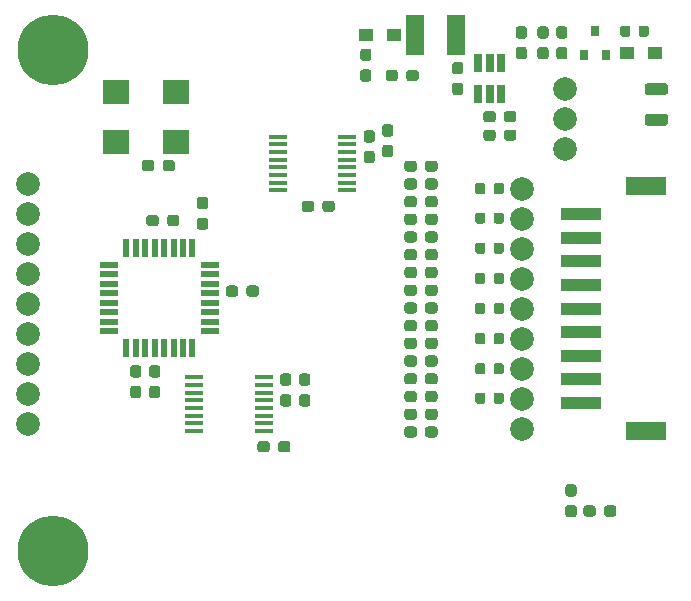
<source format=gts>
%TF.GenerationSoftware,KiCad,Pcbnew,(5.1.8)-1*%
%TF.CreationDate,2021-02-13T13:26:23-08:00*%
%TF.ProjectId,20200103_8SBMS_A0,32303230-3031-4303-935f-3853424d535f,rev?*%
%TF.SameCoordinates,PXb061cf0PYa92e8c0*%
%TF.FileFunction,Soldermask,Top*%
%TF.FilePolarity,Negative*%
%FSLAX46Y46*%
G04 Gerber Fmt 4.6, Leading zero omitted, Abs format (unit mm)*
G04 Created by KiCad (PCBNEW (5.1.8)-1) date 2021-02-13 13:26:23*
%MOMM*%
%LPD*%
G01*
G04 APERTURE LIST*
%ADD10R,3.500000X1.000000*%
%ADD11R,3.500000X1.600000*%
%ADD12R,1.500000X3.500000*%
%ADD13C,2.000000*%
%ADD14C,6.000000*%
%ADD15R,1.500000X0.450000*%
%ADD16R,0.800000X0.900000*%
%ADD17R,0.550000X1.600000*%
%ADD18R,1.600000X0.550000*%
%ADD19R,0.650000X1.560000*%
%ADD20R,2.200000X2.000000*%
%ADD21R,1.150000X1.000000*%
G04 APERTURE END LIST*
D10*
X48250000Y32200000D03*
X48250000Y30200000D03*
X48250000Y28200000D03*
X48250000Y26200000D03*
X48250000Y24200000D03*
D11*
X53750000Y34600000D03*
X53750000Y13800000D03*
D10*
X48250000Y22200000D03*
X48250000Y20200000D03*
X48250000Y18200000D03*
X48250000Y16200000D03*
D12*
X37700000Y47400000D03*
X34200000Y47400000D03*
D13*
X1450000Y34710000D03*
X43250000Y34360000D03*
X43250000Y31820000D03*
X43250000Y29280000D03*
X43250000Y26740000D03*
X43250000Y14040000D03*
X43250000Y16580000D03*
X43250000Y19120000D03*
X43250000Y21660000D03*
X43250000Y24200000D03*
X1450000Y32170000D03*
X1450000Y29630000D03*
X1450000Y27090000D03*
X1450000Y14390000D03*
X1450000Y16930000D03*
X1450000Y19470000D03*
X1450000Y22010000D03*
X1450000Y24550000D03*
D14*
X3550000Y46050000D03*
X3550000Y3650000D03*
D15*
X28475000Y38750000D03*
X28475000Y38100000D03*
X28475000Y37450000D03*
X28475000Y36800000D03*
X28475000Y36150000D03*
X28475000Y35500000D03*
X28475000Y34850000D03*
X28475000Y34200000D03*
X22575000Y34200000D03*
X22575000Y34850000D03*
X22575000Y35500000D03*
X22575000Y36150000D03*
X22575000Y36800000D03*
X22575000Y37450000D03*
X22575000Y38100000D03*
X22575000Y38750000D03*
G36*
G01*
X13870000Y36537500D02*
X13870000Y36062500D01*
G75*
G02*
X13632500Y35825000I-237500J0D01*
G01*
X13057500Y35825000D01*
G75*
G02*
X12820000Y36062500I0J237500D01*
G01*
X12820000Y36537500D01*
G75*
G02*
X13057500Y36775000I237500J0D01*
G01*
X13632500Y36775000D01*
G75*
G02*
X13870000Y36537500I0J-237500D01*
G01*
G37*
G36*
G01*
X12120000Y36537500D02*
X12120000Y36062500D01*
G75*
G02*
X11882500Y35825000I-237500J0D01*
G01*
X11307500Y35825000D01*
G75*
G02*
X11070000Y36062500I0J237500D01*
G01*
X11070000Y36537500D01*
G75*
G02*
X11307500Y36775000I237500J0D01*
G01*
X11882500Y36775000D01*
G75*
G02*
X12120000Y36537500I0J-237500D01*
G01*
G37*
G36*
G01*
X14250000Y31887500D02*
X14250000Y31412500D01*
G75*
G02*
X14012500Y31175000I-237500J0D01*
G01*
X13437500Y31175000D01*
G75*
G02*
X13200000Y31412500I0J237500D01*
G01*
X13200000Y31887500D01*
G75*
G02*
X13437500Y32125000I237500J0D01*
G01*
X14012500Y32125000D01*
G75*
G02*
X14250000Y31887500I0J-237500D01*
G01*
G37*
G36*
G01*
X12500000Y31887500D02*
X12500000Y31412500D01*
G75*
G02*
X12262500Y31175000I-237500J0D01*
G01*
X11687500Y31175000D01*
G75*
G02*
X11450000Y31412500I0J237500D01*
G01*
X11450000Y31887500D01*
G75*
G02*
X11687500Y32125000I237500J0D01*
G01*
X12262500Y32125000D01*
G75*
G02*
X12500000Y31887500I0J-237500D01*
G01*
G37*
G36*
G01*
X10312500Y19400000D02*
X10787500Y19400000D01*
G75*
G02*
X11025000Y19162500I0J-237500D01*
G01*
X11025000Y18587500D01*
G75*
G02*
X10787500Y18350000I-237500J0D01*
G01*
X10312500Y18350000D01*
G75*
G02*
X10075000Y18587500I0J237500D01*
G01*
X10075000Y19162500D01*
G75*
G02*
X10312500Y19400000I237500J0D01*
G01*
G37*
G36*
G01*
X10312500Y17650000D02*
X10787500Y17650000D01*
G75*
G02*
X11025000Y17412500I0J-237500D01*
G01*
X11025000Y16837500D01*
G75*
G02*
X10787500Y16600000I-237500J0D01*
G01*
X10312500Y16600000D01*
G75*
G02*
X10075000Y16837500I0J237500D01*
G01*
X10075000Y17412500D01*
G75*
G02*
X10312500Y17650000I237500J0D01*
G01*
G37*
G36*
G01*
X18175000Y25437500D02*
X18175000Y25912500D01*
G75*
G02*
X18412500Y26150000I237500J0D01*
G01*
X18987500Y26150000D01*
G75*
G02*
X19225000Y25912500I0J-237500D01*
G01*
X19225000Y25437500D01*
G75*
G02*
X18987500Y25200000I-237500J0D01*
G01*
X18412500Y25200000D01*
G75*
G02*
X18175000Y25437500I0J237500D01*
G01*
G37*
G36*
G01*
X19925000Y25437500D02*
X19925000Y25912500D01*
G75*
G02*
X20162500Y26150000I237500J0D01*
G01*
X20737500Y26150000D01*
G75*
G02*
X20975000Y25912500I0J-237500D01*
G01*
X20975000Y25437500D01*
G75*
G02*
X20737500Y25200000I-237500J0D01*
G01*
X20162500Y25200000D01*
G75*
G02*
X19925000Y25437500I0J237500D01*
G01*
G37*
G36*
G01*
X11912500Y17650000D02*
X12387500Y17650000D01*
G75*
G02*
X12625000Y17412500I0J-237500D01*
G01*
X12625000Y16837500D01*
G75*
G02*
X12387500Y16600000I-237500J0D01*
G01*
X11912500Y16600000D01*
G75*
G02*
X11675000Y16837500I0J237500D01*
G01*
X11675000Y17412500D01*
G75*
G02*
X11912500Y17650000I237500J0D01*
G01*
G37*
G36*
G01*
X11912500Y19400000D02*
X12387500Y19400000D01*
G75*
G02*
X12625000Y19162500I0J-237500D01*
G01*
X12625000Y18587500D01*
G75*
G02*
X12387500Y18350000I-237500J0D01*
G01*
X11912500Y18350000D01*
G75*
G02*
X11675000Y18587500I0J237500D01*
G01*
X11675000Y19162500D01*
G75*
G02*
X11912500Y19400000I237500J0D01*
G01*
G37*
G36*
G01*
X23487500Y17650000D02*
X23012500Y17650000D01*
G75*
G02*
X22775000Y17887500I0J237500D01*
G01*
X22775000Y18462500D01*
G75*
G02*
X23012500Y18700000I237500J0D01*
G01*
X23487500Y18700000D01*
G75*
G02*
X23725000Y18462500I0J-237500D01*
G01*
X23725000Y17887500D01*
G75*
G02*
X23487500Y17650000I-237500J0D01*
G01*
G37*
G36*
G01*
X23487500Y15900000D02*
X23012500Y15900000D01*
G75*
G02*
X22775000Y16137500I0J237500D01*
G01*
X22775000Y16712500D01*
G75*
G02*
X23012500Y16950000I237500J0D01*
G01*
X23487500Y16950000D01*
G75*
G02*
X23725000Y16712500I0J-237500D01*
G01*
X23725000Y16137500D01*
G75*
G02*
X23487500Y15900000I-237500J0D01*
G01*
G37*
G36*
G01*
X30562500Y36500000D02*
X30087500Y36500000D01*
G75*
G02*
X29850000Y36737500I0J237500D01*
G01*
X29850000Y37312500D01*
G75*
G02*
X30087500Y37550000I237500J0D01*
G01*
X30562500Y37550000D01*
G75*
G02*
X30800000Y37312500I0J-237500D01*
G01*
X30800000Y36737500D01*
G75*
G02*
X30562500Y36500000I-237500J0D01*
G01*
G37*
G36*
G01*
X30562500Y38250000D02*
X30087500Y38250000D01*
G75*
G02*
X29850000Y38487500I0J237500D01*
G01*
X29850000Y39062500D01*
G75*
G02*
X30087500Y39300000I237500J0D01*
G01*
X30562500Y39300000D01*
G75*
G02*
X30800000Y39062500I0J-237500D01*
G01*
X30800000Y38487500D01*
G75*
G02*
X30562500Y38250000I-237500J0D01*
G01*
G37*
G36*
G01*
X23650000Y12737500D02*
X23650000Y12262500D01*
G75*
G02*
X23412500Y12025000I-237500J0D01*
G01*
X22837500Y12025000D01*
G75*
G02*
X22600000Y12262500I0J237500D01*
G01*
X22600000Y12737500D01*
G75*
G02*
X22837500Y12975000I237500J0D01*
G01*
X23412500Y12975000D01*
G75*
G02*
X23650000Y12737500I0J-237500D01*
G01*
G37*
G36*
G01*
X21900000Y12737500D02*
X21900000Y12262500D01*
G75*
G02*
X21662500Y12025000I-237500J0D01*
G01*
X21087500Y12025000D01*
G75*
G02*
X20850000Y12262500I0J237500D01*
G01*
X20850000Y12737500D01*
G75*
G02*
X21087500Y12975000I237500J0D01*
G01*
X21662500Y12975000D01*
G75*
G02*
X21900000Y12737500I0J-237500D01*
G01*
G37*
G36*
G01*
X32112500Y37000000D02*
X31637500Y37000000D01*
G75*
G02*
X31400000Y37237500I0J237500D01*
G01*
X31400000Y37812500D01*
G75*
G02*
X31637500Y38050000I237500J0D01*
G01*
X32112500Y38050000D01*
G75*
G02*
X32350000Y37812500I0J-237500D01*
G01*
X32350000Y37237500D01*
G75*
G02*
X32112500Y37000000I-237500J0D01*
G01*
G37*
G36*
G01*
X32112500Y38750000D02*
X31637500Y38750000D01*
G75*
G02*
X31400000Y38987500I0J237500D01*
G01*
X31400000Y39562500D01*
G75*
G02*
X31637500Y39800000I237500J0D01*
G01*
X32112500Y39800000D01*
G75*
G02*
X32350000Y39562500I0J-237500D01*
G01*
X32350000Y38987500D01*
G75*
G02*
X32112500Y38750000I-237500J0D01*
G01*
G37*
G36*
G01*
X25087500Y17650000D02*
X24612500Y17650000D01*
G75*
G02*
X24375000Y17887500I0J237500D01*
G01*
X24375000Y18462500D01*
G75*
G02*
X24612500Y18700000I237500J0D01*
G01*
X25087500Y18700000D01*
G75*
G02*
X25325000Y18462500I0J-237500D01*
G01*
X25325000Y17887500D01*
G75*
G02*
X25087500Y17650000I-237500J0D01*
G01*
G37*
G36*
G01*
X25087500Y15900000D02*
X24612500Y15900000D01*
G75*
G02*
X24375000Y16137500I0J237500D01*
G01*
X24375000Y16712500D01*
G75*
G02*
X24612500Y16950000I237500J0D01*
G01*
X25087500Y16950000D01*
G75*
G02*
X25325000Y16712500I0J-237500D01*
G01*
X25325000Y16137500D01*
G75*
G02*
X25087500Y15900000I-237500J0D01*
G01*
G37*
G36*
G01*
X25650000Y33087500D02*
X25650000Y32612500D01*
G75*
G02*
X25412500Y32375000I-237500J0D01*
G01*
X24837500Y32375000D01*
G75*
G02*
X24600000Y32612500I0J237500D01*
G01*
X24600000Y33087500D01*
G75*
G02*
X24837500Y33325000I237500J0D01*
G01*
X25412500Y33325000D01*
G75*
G02*
X25650000Y33087500I0J-237500D01*
G01*
G37*
G36*
G01*
X27400000Y33087500D02*
X27400000Y32612500D01*
G75*
G02*
X27162500Y32375000I-237500J0D01*
G01*
X26587500Y32375000D01*
G75*
G02*
X26350000Y32612500I0J237500D01*
G01*
X26350000Y33087500D01*
G75*
G02*
X26587500Y33325000I237500J0D01*
G01*
X27162500Y33325000D01*
G75*
G02*
X27400000Y33087500I0J-237500D01*
G01*
G37*
G36*
G01*
X46387500Y46350000D02*
X46862500Y46350000D01*
G75*
G02*
X47100000Y46112500I0J-237500D01*
G01*
X47100000Y45537500D01*
G75*
G02*
X46862500Y45300000I-237500J0D01*
G01*
X46387500Y45300000D01*
G75*
G02*
X46150000Y45537500I0J237500D01*
G01*
X46150000Y46112500D01*
G75*
G02*
X46387500Y46350000I237500J0D01*
G01*
G37*
G36*
G01*
X46387500Y48100000D02*
X46862500Y48100000D01*
G75*
G02*
X47100000Y47862500I0J-237500D01*
G01*
X47100000Y47287500D01*
G75*
G02*
X46862500Y47050000I-237500J0D01*
G01*
X46387500Y47050000D01*
G75*
G02*
X46150000Y47287500I0J237500D01*
G01*
X46150000Y47862500D01*
G75*
G02*
X46387500Y48100000I237500J0D01*
G01*
G37*
G36*
G01*
X44787500Y46350000D02*
X45262500Y46350000D01*
G75*
G02*
X45500000Y46112500I0J-237500D01*
G01*
X45500000Y45537500D01*
G75*
G02*
X45262500Y45300000I-237500J0D01*
G01*
X44787500Y45300000D01*
G75*
G02*
X44550000Y45537500I0J237500D01*
G01*
X44550000Y46112500D01*
G75*
G02*
X44787500Y46350000I237500J0D01*
G01*
G37*
G36*
G01*
X44787500Y48100000D02*
X45262500Y48100000D01*
G75*
G02*
X45500000Y47862500I0J-237500D01*
G01*
X45500000Y47287500D01*
G75*
G02*
X45262500Y47050000I-237500J0D01*
G01*
X44787500Y47050000D01*
G75*
G02*
X44550000Y47287500I0J237500D01*
G01*
X44550000Y47862500D01*
G75*
G02*
X44787500Y48100000I237500J0D01*
G01*
G37*
G36*
G01*
X37562500Y43325000D02*
X38037500Y43325000D01*
G75*
G02*
X38275000Y43087500I0J-237500D01*
G01*
X38275000Y42512500D01*
G75*
G02*
X38037500Y42275000I-237500J0D01*
G01*
X37562500Y42275000D01*
G75*
G02*
X37325000Y42512500I0J237500D01*
G01*
X37325000Y43087500D01*
G75*
G02*
X37562500Y43325000I237500J0D01*
G01*
G37*
G36*
G01*
X37562500Y45075000D02*
X38037500Y45075000D01*
G75*
G02*
X38275000Y44837500I0J-237500D01*
G01*
X38275000Y44262500D01*
G75*
G02*
X38037500Y44025000I-237500J0D01*
G01*
X37562500Y44025000D01*
G75*
G02*
X37325000Y44262500I0J237500D01*
G01*
X37325000Y44837500D01*
G75*
G02*
X37562500Y45075000I237500J0D01*
G01*
G37*
D16*
X48475000Y45700000D03*
X50375000Y45700000D03*
X49425000Y47700000D03*
G36*
G01*
X41725000Y34606250D02*
X41725000Y34093750D01*
G75*
G02*
X41506250Y33875000I-218750J0D01*
G01*
X41068750Y33875000D01*
G75*
G02*
X40850000Y34093750I0J218750D01*
G01*
X40850000Y34606250D01*
G75*
G02*
X41068750Y34825000I218750J0D01*
G01*
X41506250Y34825000D01*
G75*
G02*
X41725000Y34606250I0J-218750D01*
G01*
G37*
G36*
G01*
X40150000Y34606250D02*
X40150000Y34093750D01*
G75*
G02*
X39931250Y33875000I-218750J0D01*
G01*
X39493750Y33875000D01*
G75*
G02*
X39275000Y34093750I0J218750D01*
G01*
X39275000Y34606250D01*
G75*
G02*
X39493750Y34825000I218750J0D01*
G01*
X39931250Y34825000D01*
G75*
G02*
X40150000Y34606250I0J-218750D01*
G01*
G37*
G36*
G01*
X41725000Y32106250D02*
X41725000Y31593750D01*
G75*
G02*
X41506250Y31375000I-218750J0D01*
G01*
X41068750Y31375000D01*
G75*
G02*
X40850000Y31593750I0J218750D01*
G01*
X40850000Y32106250D01*
G75*
G02*
X41068750Y32325000I218750J0D01*
G01*
X41506250Y32325000D01*
G75*
G02*
X41725000Y32106250I0J-218750D01*
G01*
G37*
G36*
G01*
X40150000Y32106250D02*
X40150000Y31593750D01*
G75*
G02*
X39931250Y31375000I-218750J0D01*
G01*
X39493750Y31375000D01*
G75*
G02*
X39275000Y31593750I0J218750D01*
G01*
X39275000Y32106250D01*
G75*
G02*
X39493750Y32325000I218750J0D01*
G01*
X39931250Y32325000D01*
G75*
G02*
X40150000Y32106250I0J-218750D01*
G01*
G37*
G36*
G01*
X40150000Y29556250D02*
X40150000Y29043750D01*
G75*
G02*
X39931250Y28825000I-218750J0D01*
G01*
X39493750Y28825000D01*
G75*
G02*
X39275000Y29043750I0J218750D01*
G01*
X39275000Y29556250D01*
G75*
G02*
X39493750Y29775000I218750J0D01*
G01*
X39931250Y29775000D01*
G75*
G02*
X40150000Y29556250I0J-218750D01*
G01*
G37*
G36*
G01*
X41725000Y29556250D02*
X41725000Y29043750D01*
G75*
G02*
X41506250Y28825000I-218750J0D01*
G01*
X41068750Y28825000D01*
G75*
G02*
X40850000Y29043750I0J218750D01*
G01*
X40850000Y29556250D01*
G75*
G02*
X41068750Y29775000I218750J0D01*
G01*
X41506250Y29775000D01*
G75*
G02*
X41725000Y29556250I0J-218750D01*
G01*
G37*
G36*
G01*
X41725000Y27006250D02*
X41725000Y26493750D01*
G75*
G02*
X41506250Y26275000I-218750J0D01*
G01*
X41068750Y26275000D01*
G75*
G02*
X40850000Y26493750I0J218750D01*
G01*
X40850000Y27006250D01*
G75*
G02*
X41068750Y27225000I218750J0D01*
G01*
X41506250Y27225000D01*
G75*
G02*
X41725000Y27006250I0J-218750D01*
G01*
G37*
G36*
G01*
X40150000Y27006250D02*
X40150000Y26493750D01*
G75*
G02*
X39931250Y26275000I-218750J0D01*
G01*
X39493750Y26275000D01*
G75*
G02*
X39275000Y26493750I0J218750D01*
G01*
X39275000Y27006250D01*
G75*
G02*
X39493750Y27225000I218750J0D01*
G01*
X39931250Y27225000D01*
G75*
G02*
X40150000Y27006250I0J-218750D01*
G01*
G37*
G36*
G01*
X40150000Y24456250D02*
X40150000Y23943750D01*
G75*
G02*
X39931250Y23725000I-218750J0D01*
G01*
X39493750Y23725000D01*
G75*
G02*
X39275000Y23943750I0J218750D01*
G01*
X39275000Y24456250D01*
G75*
G02*
X39493750Y24675000I218750J0D01*
G01*
X39931250Y24675000D01*
G75*
G02*
X40150000Y24456250I0J-218750D01*
G01*
G37*
G36*
G01*
X41725000Y24456250D02*
X41725000Y23943750D01*
G75*
G02*
X41506250Y23725000I-218750J0D01*
G01*
X41068750Y23725000D01*
G75*
G02*
X40850000Y23943750I0J218750D01*
G01*
X40850000Y24456250D01*
G75*
G02*
X41068750Y24675000I218750J0D01*
G01*
X41506250Y24675000D01*
G75*
G02*
X41725000Y24456250I0J-218750D01*
G01*
G37*
G36*
G01*
X41725000Y21906250D02*
X41725000Y21393750D01*
G75*
G02*
X41506250Y21175000I-218750J0D01*
G01*
X41068750Y21175000D01*
G75*
G02*
X40850000Y21393750I0J218750D01*
G01*
X40850000Y21906250D01*
G75*
G02*
X41068750Y22125000I218750J0D01*
G01*
X41506250Y22125000D01*
G75*
G02*
X41725000Y21906250I0J-218750D01*
G01*
G37*
G36*
G01*
X40150000Y21906250D02*
X40150000Y21393750D01*
G75*
G02*
X39931250Y21175000I-218750J0D01*
G01*
X39493750Y21175000D01*
G75*
G02*
X39275000Y21393750I0J218750D01*
G01*
X39275000Y21906250D01*
G75*
G02*
X39493750Y22125000I218750J0D01*
G01*
X39931250Y22125000D01*
G75*
G02*
X40150000Y21906250I0J-218750D01*
G01*
G37*
G36*
G01*
X40150000Y19356250D02*
X40150000Y18843750D01*
G75*
G02*
X39931250Y18625000I-218750J0D01*
G01*
X39493750Y18625000D01*
G75*
G02*
X39275000Y18843750I0J218750D01*
G01*
X39275000Y19356250D01*
G75*
G02*
X39493750Y19575000I218750J0D01*
G01*
X39931250Y19575000D01*
G75*
G02*
X40150000Y19356250I0J-218750D01*
G01*
G37*
G36*
G01*
X41725000Y19356250D02*
X41725000Y18843750D01*
G75*
G02*
X41506250Y18625000I-218750J0D01*
G01*
X41068750Y18625000D01*
G75*
G02*
X40850000Y18843750I0J218750D01*
G01*
X40850000Y19356250D01*
G75*
G02*
X41068750Y19575000I218750J0D01*
G01*
X41506250Y19575000D01*
G75*
G02*
X41725000Y19356250I0J-218750D01*
G01*
G37*
G36*
G01*
X41725000Y16856250D02*
X41725000Y16343750D01*
G75*
G02*
X41506250Y16125000I-218750J0D01*
G01*
X41068750Y16125000D01*
G75*
G02*
X40850000Y16343750I0J218750D01*
G01*
X40850000Y16856250D01*
G75*
G02*
X41068750Y17075000I218750J0D01*
G01*
X41506250Y17075000D01*
G75*
G02*
X41725000Y16856250I0J-218750D01*
G01*
G37*
G36*
G01*
X40150000Y16856250D02*
X40150000Y16343750D01*
G75*
G02*
X39931250Y16125000I-218750J0D01*
G01*
X39493750Y16125000D01*
G75*
G02*
X39275000Y16343750I0J218750D01*
G01*
X39275000Y16856250D01*
G75*
G02*
X39493750Y17075000I218750J0D01*
G01*
X39931250Y17075000D01*
G75*
G02*
X40150000Y16856250I0J-218750D01*
G01*
G37*
G36*
G01*
X53125000Y47418750D02*
X53125000Y47931250D01*
G75*
G02*
X53343750Y48150000I218750J0D01*
G01*
X53781250Y48150000D01*
G75*
G02*
X54000000Y47931250I0J-218750D01*
G01*
X54000000Y47418750D01*
G75*
G02*
X53781250Y47200000I-218750J0D01*
G01*
X53343750Y47200000D01*
G75*
G02*
X53125000Y47418750I0J218750D01*
G01*
G37*
G36*
G01*
X51550000Y47418750D02*
X51550000Y47931250D01*
G75*
G02*
X51768750Y48150000I218750J0D01*
G01*
X52206250Y48150000D01*
G75*
G02*
X52425000Y47931250I0J-218750D01*
G01*
X52425000Y47418750D01*
G75*
G02*
X52206250Y47200000I-218750J0D01*
G01*
X51768750Y47200000D01*
G75*
G02*
X51550000Y47418750I0J218750D01*
G01*
G37*
G36*
G01*
X15962500Y33650000D02*
X16437500Y33650000D01*
G75*
G02*
X16675000Y33412500I0J-237500D01*
G01*
X16675000Y32837500D01*
G75*
G02*
X16437500Y32600000I-237500J0D01*
G01*
X15962500Y32600000D01*
G75*
G02*
X15725000Y32837500I0J237500D01*
G01*
X15725000Y33412500D01*
G75*
G02*
X15962500Y33650000I237500J0D01*
G01*
G37*
G36*
G01*
X15962500Y31900000D02*
X16437500Y31900000D01*
G75*
G02*
X16675000Y31662500I0J-237500D01*
G01*
X16675000Y31087500D01*
G75*
G02*
X16437500Y30850000I-237500J0D01*
G01*
X15962500Y30850000D01*
G75*
G02*
X15725000Y31087500I0J237500D01*
G01*
X15725000Y31662500D01*
G75*
G02*
X15962500Y31900000I237500J0D01*
G01*
G37*
G36*
G01*
X33300000Y34512500D02*
X33300000Y34987500D01*
G75*
G02*
X33537500Y35225000I237500J0D01*
G01*
X34112500Y35225000D01*
G75*
G02*
X34350000Y34987500I0J-237500D01*
G01*
X34350000Y34512500D01*
G75*
G02*
X34112500Y34275000I-237500J0D01*
G01*
X33537500Y34275000D01*
G75*
G02*
X33300000Y34512500I0J237500D01*
G01*
G37*
G36*
G01*
X35050000Y34512500D02*
X35050000Y34987500D01*
G75*
G02*
X35287500Y35225000I237500J0D01*
G01*
X35862500Y35225000D01*
G75*
G02*
X36100000Y34987500I0J-237500D01*
G01*
X36100000Y34512500D01*
G75*
G02*
X35862500Y34275000I-237500J0D01*
G01*
X35287500Y34275000D01*
G75*
G02*
X35050000Y34512500I0J237500D01*
G01*
G37*
G36*
G01*
X33300000Y31512500D02*
X33300000Y31987500D01*
G75*
G02*
X33537500Y32225000I237500J0D01*
G01*
X34112500Y32225000D01*
G75*
G02*
X34350000Y31987500I0J-237500D01*
G01*
X34350000Y31512500D01*
G75*
G02*
X34112500Y31275000I-237500J0D01*
G01*
X33537500Y31275000D01*
G75*
G02*
X33300000Y31512500I0J237500D01*
G01*
G37*
G36*
G01*
X35050000Y31512500D02*
X35050000Y31987500D01*
G75*
G02*
X35287500Y32225000I237500J0D01*
G01*
X35862500Y32225000D01*
G75*
G02*
X36100000Y31987500I0J-237500D01*
G01*
X36100000Y31512500D01*
G75*
G02*
X35862500Y31275000I-237500J0D01*
G01*
X35287500Y31275000D01*
G75*
G02*
X35050000Y31512500I0J237500D01*
G01*
G37*
G36*
G01*
X35050000Y28512500D02*
X35050000Y28987500D01*
G75*
G02*
X35287500Y29225000I237500J0D01*
G01*
X35862500Y29225000D01*
G75*
G02*
X36100000Y28987500I0J-237500D01*
G01*
X36100000Y28512500D01*
G75*
G02*
X35862500Y28275000I-237500J0D01*
G01*
X35287500Y28275000D01*
G75*
G02*
X35050000Y28512500I0J237500D01*
G01*
G37*
G36*
G01*
X33300000Y28512500D02*
X33300000Y28987500D01*
G75*
G02*
X33537500Y29225000I237500J0D01*
G01*
X34112500Y29225000D01*
G75*
G02*
X34350000Y28987500I0J-237500D01*
G01*
X34350000Y28512500D01*
G75*
G02*
X34112500Y28275000I-237500J0D01*
G01*
X33537500Y28275000D01*
G75*
G02*
X33300000Y28512500I0J237500D01*
G01*
G37*
G36*
G01*
X33300000Y25512500D02*
X33300000Y25987500D01*
G75*
G02*
X33537500Y26225000I237500J0D01*
G01*
X34112500Y26225000D01*
G75*
G02*
X34350000Y25987500I0J-237500D01*
G01*
X34350000Y25512500D01*
G75*
G02*
X34112500Y25275000I-237500J0D01*
G01*
X33537500Y25275000D01*
G75*
G02*
X33300000Y25512500I0J237500D01*
G01*
G37*
G36*
G01*
X35050000Y25512500D02*
X35050000Y25987500D01*
G75*
G02*
X35287500Y26225000I237500J0D01*
G01*
X35862500Y26225000D01*
G75*
G02*
X36100000Y25987500I0J-237500D01*
G01*
X36100000Y25512500D01*
G75*
G02*
X35862500Y25275000I-237500J0D01*
G01*
X35287500Y25275000D01*
G75*
G02*
X35050000Y25512500I0J237500D01*
G01*
G37*
G36*
G01*
X35050000Y22512500D02*
X35050000Y22987500D01*
G75*
G02*
X35287500Y23225000I237500J0D01*
G01*
X35862500Y23225000D01*
G75*
G02*
X36100000Y22987500I0J-237500D01*
G01*
X36100000Y22512500D01*
G75*
G02*
X35862500Y22275000I-237500J0D01*
G01*
X35287500Y22275000D01*
G75*
G02*
X35050000Y22512500I0J237500D01*
G01*
G37*
G36*
G01*
X33300000Y22512500D02*
X33300000Y22987500D01*
G75*
G02*
X33537500Y23225000I237500J0D01*
G01*
X34112500Y23225000D01*
G75*
G02*
X34350000Y22987500I0J-237500D01*
G01*
X34350000Y22512500D01*
G75*
G02*
X34112500Y22275000I-237500J0D01*
G01*
X33537500Y22275000D01*
G75*
G02*
X33300000Y22512500I0J237500D01*
G01*
G37*
G36*
G01*
X33300000Y19512500D02*
X33300000Y19987500D01*
G75*
G02*
X33537500Y20225000I237500J0D01*
G01*
X34112500Y20225000D01*
G75*
G02*
X34350000Y19987500I0J-237500D01*
G01*
X34350000Y19512500D01*
G75*
G02*
X34112500Y19275000I-237500J0D01*
G01*
X33537500Y19275000D01*
G75*
G02*
X33300000Y19512500I0J237500D01*
G01*
G37*
G36*
G01*
X35050000Y19512500D02*
X35050000Y19987500D01*
G75*
G02*
X35287500Y20225000I237500J0D01*
G01*
X35862500Y20225000D01*
G75*
G02*
X36100000Y19987500I0J-237500D01*
G01*
X36100000Y19512500D01*
G75*
G02*
X35862500Y19275000I-237500J0D01*
G01*
X35287500Y19275000D01*
G75*
G02*
X35050000Y19512500I0J237500D01*
G01*
G37*
G36*
G01*
X35050000Y16512500D02*
X35050000Y16987500D01*
G75*
G02*
X35287500Y17225000I237500J0D01*
G01*
X35862500Y17225000D01*
G75*
G02*
X36100000Y16987500I0J-237500D01*
G01*
X36100000Y16512500D01*
G75*
G02*
X35862500Y16275000I-237500J0D01*
G01*
X35287500Y16275000D01*
G75*
G02*
X35050000Y16512500I0J237500D01*
G01*
G37*
G36*
G01*
X33300000Y16512500D02*
X33300000Y16987500D01*
G75*
G02*
X33537500Y17225000I237500J0D01*
G01*
X34112500Y17225000D01*
G75*
G02*
X34350000Y16987500I0J-237500D01*
G01*
X34350000Y16512500D01*
G75*
G02*
X34112500Y16275000I-237500J0D01*
G01*
X33537500Y16275000D01*
G75*
G02*
X33300000Y16512500I0J237500D01*
G01*
G37*
G36*
G01*
X33300000Y13512500D02*
X33300000Y13987500D01*
G75*
G02*
X33537500Y14225000I237500J0D01*
G01*
X34112500Y14225000D01*
G75*
G02*
X34350000Y13987500I0J-237500D01*
G01*
X34350000Y13512500D01*
G75*
G02*
X34112500Y13275000I-237500J0D01*
G01*
X33537500Y13275000D01*
G75*
G02*
X33300000Y13512500I0J237500D01*
G01*
G37*
G36*
G01*
X35050000Y13512500D02*
X35050000Y13987500D01*
G75*
G02*
X35287500Y14225000I237500J0D01*
G01*
X35862500Y14225000D01*
G75*
G02*
X36100000Y13987500I0J-237500D01*
G01*
X36100000Y13512500D01*
G75*
G02*
X35862500Y13275000I-237500J0D01*
G01*
X35287500Y13275000D01*
G75*
G02*
X35050000Y13512500I0J237500D01*
G01*
G37*
G36*
G01*
X42962500Y46350000D02*
X43437500Y46350000D01*
G75*
G02*
X43675000Y46112500I0J-237500D01*
G01*
X43675000Y45537500D01*
G75*
G02*
X43437500Y45300000I-237500J0D01*
G01*
X42962500Y45300000D01*
G75*
G02*
X42725000Y45537500I0J237500D01*
G01*
X42725000Y46112500D01*
G75*
G02*
X42962500Y46350000I237500J0D01*
G01*
G37*
G36*
G01*
X42962500Y48100000D02*
X43437500Y48100000D01*
G75*
G02*
X43675000Y47862500I0J-237500D01*
G01*
X43675000Y47287500D01*
G75*
G02*
X43437500Y47050000I-237500J0D01*
G01*
X42962500Y47050000D01*
G75*
G02*
X42725000Y47287500I0J237500D01*
G01*
X42725000Y47862500D01*
G75*
G02*
X42962500Y48100000I237500J0D01*
G01*
G37*
G36*
G01*
X41025000Y40687500D02*
X41025000Y40212500D01*
G75*
G02*
X40787500Y39975000I-237500J0D01*
G01*
X40212500Y39975000D01*
G75*
G02*
X39975000Y40212500I0J237500D01*
G01*
X39975000Y40687500D01*
G75*
G02*
X40212500Y40925000I237500J0D01*
G01*
X40787500Y40925000D01*
G75*
G02*
X41025000Y40687500I0J-237500D01*
G01*
G37*
G36*
G01*
X42775000Y40687500D02*
X42775000Y40212500D01*
G75*
G02*
X42537500Y39975000I-237500J0D01*
G01*
X41962500Y39975000D01*
G75*
G02*
X41725000Y40212500I0J237500D01*
G01*
X41725000Y40687500D01*
G75*
G02*
X41962500Y40925000I237500J0D01*
G01*
X42537500Y40925000D01*
G75*
G02*
X42775000Y40687500I0J-237500D01*
G01*
G37*
D17*
X15350000Y29350000D03*
X14550000Y29350000D03*
X13750000Y29350000D03*
X12950000Y29350000D03*
X12150000Y29350000D03*
X11350000Y29350000D03*
X10550000Y29350000D03*
X9750000Y29350000D03*
D18*
X8300000Y27900000D03*
X8300000Y27100000D03*
X8300000Y26300000D03*
X8300000Y25500000D03*
X8300000Y24700000D03*
X8300000Y23900000D03*
X8300000Y23100000D03*
X8300000Y22300000D03*
D17*
X9750000Y20850000D03*
X10550000Y20850000D03*
X11350000Y20850000D03*
X12150000Y20850000D03*
X12950000Y20850000D03*
X13750000Y20850000D03*
X14550000Y20850000D03*
X15350000Y20850000D03*
D18*
X16800000Y22300000D03*
X16800000Y23100000D03*
X16800000Y23900000D03*
X16800000Y24700000D03*
X16800000Y25500000D03*
X16800000Y26300000D03*
X16800000Y27100000D03*
X16800000Y27900000D03*
D15*
X15500000Y18375000D03*
X15500000Y17725000D03*
X15500000Y17075000D03*
X15500000Y16425000D03*
X15500000Y15775000D03*
X15500000Y15125000D03*
X15500000Y14475000D03*
X15500000Y13825000D03*
X21400000Y13825000D03*
X21400000Y14475000D03*
X21400000Y15125000D03*
X21400000Y15775000D03*
X21400000Y16425000D03*
X21400000Y17075000D03*
X21400000Y17725000D03*
X21400000Y18375000D03*
D19*
X39550000Y42325000D03*
X40500000Y42325000D03*
X41450000Y42325000D03*
X41450000Y45025000D03*
X39550000Y45025000D03*
X40500000Y45025000D03*
D20*
X13940000Y42510000D03*
X8860000Y42510000D03*
X8860000Y38310000D03*
X13940000Y38310000D03*
G36*
G01*
X34350000Y36487500D02*
X34350000Y36012500D01*
G75*
G02*
X34112500Y35775000I-237500J0D01*
G01*
X33537500Y35775000D01*
G75*
G02*
X33300000Y36012500I0J237500D01*
G01*
X33300000Y36487500D01*
G75*
G02*
X33537500Y36725000I237500J0D01*
G01*
X34112500Y36725000D01*
G75*
G02*
X34350000Y36487500I0J-237500D01*
G01*
G37*
G36*
G01*
X36100000Y36487500D02*
X36100000Y36012500D01*
G75*
G02*
X35862500Y35775000I-237500J0D01*
G01*
X35287500Y35775000D01*
G75*
G02*
X35050000Y36012500I0J237500D01*
G01*
X35050000Y36487500D01*
G75*
G02*
X35287500Y36725000I237500J0D01*
G01*
X35862500Y36725000D01*
G75*
G02*
X36100000Y36487500I0J-237500D01*
G01*
G37*
G36*
G01*
X36100000Y33487500D02*
X36100000Y33012500D01*
G75*
G02*
X35862500Y32775000I-237500J0D01*
G01*
X35287500Y32775000D01*
G75*
G02*
X35050000Y33012500I0J237500D01*
G01*
X35050000Y33487500D01*
G75*
G02*
X35287500Y33725000I237500J0D01*
G01*
X35862500Y33725000D01*
G75*
G02*
X36100000Y33487500I0J-237500D01*
G01*
G37*
G36*
G01*
X34350000Y33487500D02*
X34350000Y33012500D01*
G75*
G02*
X34112500Y32775000I-237500J0D01*
G01*
X33537500Y32775000D01*
G75*
G02*
X33300000Y33012500I0J237500D01*
G01*
X33300000Y33487500D01*
G75*
G02*
X33537500Y33725000I237500J0D01*
G01*
X34112500Y33725000D01*
G75*
G02*
X34350000Y33487500I0J-237500D01*
G01*
G37*
G36*
G01*
X36100000Y30487500D02*
X36100000Y30012500D01*
G75*
G02*
X35862500Y29775000I-237500J0D01*
G01*
X35287500Y29775000D01*
G75*
G02*
X35050000Y30012500I0J237500D01*
G01*
X35050000Y30487500D01*
G75*
G02*
X35287500Y30725000I237500J0D01*
G01*
X35862500Y30725000D01*
G75*
G02*
X36100000Y30487500I0J-237500D01*
G01*
G37*
G36*
G01*
X34350000Y30487500D02*
X34350000Y30012500D01*
G75*
G02*
X34112500Y29775000I-237500J0D01*
G01*
X33537500Y29775000D01*
G75*
G02*
X33300000Y30012500I0J237500D01*
G01*
X33300000Y30487500D01*
G75*
G02*
X33537500Y30725000I237500J0D01*
G01*
X34112500Y30725000D01*
G75*
G02*
X34350000Y30487500I0J-237500D01*
G01*
G37*
G36*
G01*
X34350000Y27487500D02*
X34350000Y27012500D01*
G75*
G02*
X34112500Y26775000I-237500J0D01*
G01*
X33537500Y26775000D01*
G75*
G02*
X33300000Y27012500I0J237500D01*
G01*
X33300000Y27487500D01*
G75*
G02*
X33537500Y27725000I237500J0D01*
G01*
X34112500Y27725000D01*
G75*
G02*
X34350000Y27487500I0J-237500D01*
G01*
G37*
G36*
G01*
X36100000Y27487500D02*
X36100000Y27012500D01*
G75*
G02*
X35862500Y26775000I-237500J0D01*
G01*
X35287500Y26775000D01*
G75*
G02*
X35050000Y27012500I0J237500D01*
G01*
X35050000Y27487500D01*
G75*
G02*
X35287500Y27725000I237500J0D01*
G01*
X35862500Y27725000D01*
G75*
G02*
X36100000Y27487500I0J-237500D01*
G01*
G37*
G36*
G01*
X36100000Y24487500D02*
X36100000Y24012500D01*
G75*
G02*
X35862500Y23775000I-237500J0D01*
G01*
X35287500Y23775000D01*
G75*
G02*
X35050000Y24012500I0J237500D01*
G01*
X35050000Y24487500D01*
G75*
G02*
X35287500Y24725000I237500J0D01*
G01*
X35862500Y24725000D01*
G75*
G02*
X36100000Y24487500I0J-237500D01*
G01*
G37*
G36*
G01*
X34350000Y24487500D02*
X34350000Y24012500D01*
G75*
G02*
X34112500Y23775000I-237500J0D01*
G01*
X33537500Y23775000D01*
G75*
G02*
X33300000Y24012500I0J237500D01*
G01*
X33300000Y24487500D01*
G75*
G02*
X33537500Y24725000I237500J0D01*
G01*
X34112500Y24725000D01*
G75*
G02*
X34350000Y24487500I0J-237500D01*
G01*
G37*
G36*
G01*
X36100000Y21487500D02*
X36100000Y21012500D01*
G75*
G02*
X35862500Y20775000I-237500J0D01*
G01*
X35287500Y20775000D01*
G75*
G02*
X35050000Y21012500I0J237500D01*
G01*
X35050000Y21487500D01*
G75*
G02*
X35287500Y21725000I237500J0D01*
G01*
X35862500Y21725000D01*
G75*
G02*
X36100000Y21487500I0J-237500D01*
G01*
G37*
G36*
G01*
X34350000Y21487500D02*
X34350000Y21012500D01*
G75*
G02*
X34112500Y20775000I-237500J0D01*
G01*
X33537500Y20775000D01*
G75*
G02*
X33300000Y21012500I0J237500D01*
G01*
X33300000Y21487500D01*
G75*
G02*
X33537500Y21725000I237500J0D01*
G01*
X34112500Y21725000D01*
G75*
G02*
X34350000Y21487500I0J-237500D01*
G01*
G37*
G36*
G01*
X34350000Y18487500D02*
X34350000Y18012500D01*
G75*
G02*
X34112500Y17775000I-237500J0D01*
G01*
X33537500Y17775000D01*
G75*
G02*
X33300000Y18012500I0J237500D01*
G01*
X33300000Y18487500D01*
G75*
G02*
X33537500Y18725000I237500J0D01*
G01*
X34112500Y18725000D01*
G75*
G02*
X34350000Y18487500I0J-237500D01*
G01*
G37*
G36*
G01*
X36100000Y18487500D02*
X36100000Y18012500D01*
G75*
G02*
X35862500Y17775000I-237500J0D01*
G01*
X35287500Y17775000D01*
G75*
G02*
X35050000Y18012500I0J237500D01*
G01*
X35050000Y18487500D01*
G75*
G02*
X35287500Y18725000I237500J0D01*
G01*
X35862500Y18725000D01*
G75*
G02*
X36100000Y18487500I0J-237500D01*
G01*
G37*
G36*
G01*
X36100000Y15487500D02*
X36100000Y15012500D01*
G75*
G02*
X35862500Y14775000I-237500J0D01*
G01*
X35287500Y14775000D01*
G75*
G02*
X35050000Y15012500I0J237500D01*
G01*
X35050000Y15487500D01*
G75*
G02*
X35287500Y15725000I237500J0D01*
G01*
X35862500Y15725000D01*
G75*
G02*
X36100000Y15487500I0J-237500D01*
G01*
G37*
G36*
G01*
X34350000Y15487500D02*
X34350000Y15012500D01*
G75*
G02*
X34112500Y14775000I-237500J0D01*
G01*
X33537500Y14775000D01*
G75*
G02*
X33300000Y15012500I0J237500D01*
G01*
X33300000Y15487500D01*
G75*
G02*
X33537500Y15725000I237500J0D01*
G01*
X34112500Y15725000D01*
G75*
G02*
X34350000Y15487500I0J-237500D01*
G01*
G37*
G36*
G01*
X32750000Y44162500D02*
X32750000Y43687500D01*
G75*
G02*
X32512500Y43450000I-237500J0D01*
G01*
X31937500Y43450000D01*
G75*
G02*
X31700000Y43687500I0J237500D01*
G01*
X31700000Y44162500D01*
G75*
G02*
X31937500Y44400000I237500J0D01*
G01*
X32512500Y44400000D01*
G75*
G02*
X32750000Y44162500I0J-237500D01*
G01*
G37*
G36*
G01*
X34500000Y44162500D02*
X34500000Y43687500D01*
G75*
G02*
X34262500Y43450000I-237500J0D01*
G01*
X33687500Y43450000D01*
G75*
G02*
X33450000Y43687500I0J237500D01*
G01*
X33450000Y44162500D01*
G75*
G02*
X33687500Y44400000I237500J0D01*
G01*
X34262500Y44400000D01*
G75*
G02*
X34500000Y44162500I0J-237500D01*
G01*
G37*
G36*
G01*
X29787500Y46200000D02*
X30262500Y46200000D01*
G75*
G02*
X30500000Y45962500I0J-237500D01*
G01*
X30500000Y45387500D01*
G75*
G02*
X30262500Y45150000I-237500J0D01*
G01*
X29787500Y45150000D01*
G75*
G02*
X29550000Y45387500I0J237500D01*
G01*
X29550000Y45962500D01*
G75*
G02*
X29787500Y46200000I237500J0D01*
G01*
G37*
G36*
G01*
X29787500Y44450000D02*
X30262500Y44450000D01*
G75*
G02*
X30500000Y44212500I0J-237500D01*
G01*
X30500000Y43637500D01*
G75*
G02*
X30262500Y43400000I-237500J0D01*
G01*
X29787500Y43400000D01*
G75*
G02*
X29550000Y43637500I0J237500D01*
G01*
X29550000Y44212500D01*
G75*
G02*
X29787500Y44450000I237500J0D01*
G01*
G37*
D21*
X30025000Y47400000D03*
X32375000Y47400000D03*
G36*
G01*
X39975000Y38637500D02*
X39975000Y39112500D01*
G75*
G02*
X40212500Y39350000I237500J0D01*
G01*
X40787500Y39350000D01*
G75*
G02*
X41025000Y39112500I0J-237500D01*
G01*
X41025000Y38637500D01*
G75*
G02*
X40787500Y38400000I-237500J0D01*
G01*
X40212500Y38400000D01*
G75*
G02*
X39975000Y38637500I0J237500D01*
G01*
G37*
G36*
G01*
X41725000Y38637500D02*
X41725000Y39112500D01*
G75*
G02*
X41962500Y39350000I237500J0D01*
G01*
X42537500Y39350000D01*
G75*
G02*
X42775000Y39112500I0J-237500D01*
G01*
X42775000Y38637500D01*
G75*
G02*
X42537500Y38400000I-237500J0D01*
G01*
X41962500Y38400000D01*
G75*
G02*
X41725000Y38637500I0J237500D01*
G01*
G37*
X54500000Y45875000D03*
X52150000Y45875000D03*
G36*
G01*
X53625000Y42525000D02*
X53625000Y43025000D01*
G75*
G02*
X53875000Y43275000I250000J0D01*
G01*
X55375000Y43275000D01*
G75*
G02*
X55625000Y43025000I0J-250000D01*
G01*
X55625000Y42525000D01*
G75*
G02*
X55375000Y42275000I-250000J0D01*
G01*
X53875000Y42275000D01*
G75*
G02*
X53625000Y42525000I0J250000D01*
G01*
G37*
G36*
G01*
X53625000Y39925000D02*
X53625000Y40425000D01*
G75*
G02*
X53875000Y40675000I250000J0D01*
G01*
X55375000Y40675000D01*
G75*
G02*
X55625000Y40425000I0J-250000D01*
G01*
X55625000Y39925000D01*
G75*
G02*
X55375000Y39675000I-250000J0D01*
G01*
X53875000Y39675000D01*
G75*
G02*
X53625000Y39925000I0J250000D01*
G01*
G37*
D13*
X46875000Y37685000D03*
X46875000Y40225000D03*
X46875000Y42765000D03*
G36*
G01*
X47637500Y6525000D02*
X47162500Y6525000D01*
G75*
G02*
X46925000Y6762500I0J237500D01*
G01*
X46925000Y7337500D01*
G75*
G02*
X47162500Y7575000I237500J0D01*
G01*
X47637500Y7575000D01*
G75*
G02*
X47875000Y7337500I0J-237500D01*
G01*
X47875000Y6762500D01*
G75*
G02*
X47637500Y6525000I-237500J0D01*
G01*
G37*
G36*
G01*
X47637500Y8275000D02*
X47162500Y8275000D01*
G75*
G02*
X46925000Y8512500I0J237500D01*
G01*
X46925000Y9087500D01*
G75*
G02*
X47162500Y9325000I237500J0D01*
G01*
X47637500Y9325000D01*
G75*
G02*
X47875000Y9087500I0J-237500D01*
G01*
X47875000Y8512500D01*
G75*
G02*
X47637500Y8275000I-237500J0D01*
G01*
G37*
G36*
G01*
X48450000Y6812500D02*
X48450000Y7287500D01*
G75*
G02*
X48687500Y7525000I237500J0D01*
G01*
X49262500Y7525000D01*
G75*
G02*
X49500000Y7287500I0J-237500D01*
G01*
X49500000Y6812500D01*
G75*
G02*
X49262500Y6575000I-237500J0D01*
G01*
X48687500Y6575000D01*
G75*
G02*
X48450000Y6812500I0J237500D01*
G01*
G37*
G36*
G01*
X50200000Y6812500D02*
X50200000Y7287500D01*
G75*
G02*
X50437500Y7525000I237500J0D01*
G01*
X51012500Y7525000D01*
G75*
G02*
X51250000Y7287500I0J-237500D01*
G01*
X51250000Y6812500D01*
G75*
G02*
X51012500Y6575000I-237500J0D01*
G01*
X50437500Y6575000D01*
G75*
G02*
X50200000Y6812500I0J237500D01*
G01*
G37*
M02*

</source>
